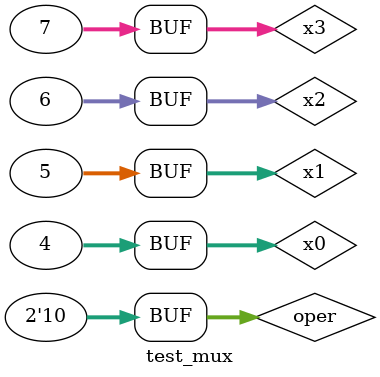
<source format=v>
`timescale 1ns / 1ps


module test_mux;

	// Inputs
	reg [1:0] oper;
	reg [31:0] x0;
	reg [31:0] x1;
	reg [31:0] x2;
	reg [31:0] x3;

	// Outputs
	wire [31:0] Result;

	// Instantiate the Unit Under Test (UUT)
	MUX4x1 uut (
		.Result(Result), 
		.oper(oper), 
		.x0(x0), 
		.x1(x1), 
		.x2(x2), 
		.x3(x3)
	);

	initial begin
		// Initialize Inputs
		oper = 0;
		x0 = 4;
		x1 = 5;
		x2 = 6;
		x3 = 7;

		// Wait 100 ns for global reset to finish
		#100;
        
		// Add stimulus here
		
		oper = 1;
		#10;
		oper = 3;
		#10;
		oper = 2;

	end
      
endmodule


</source>
